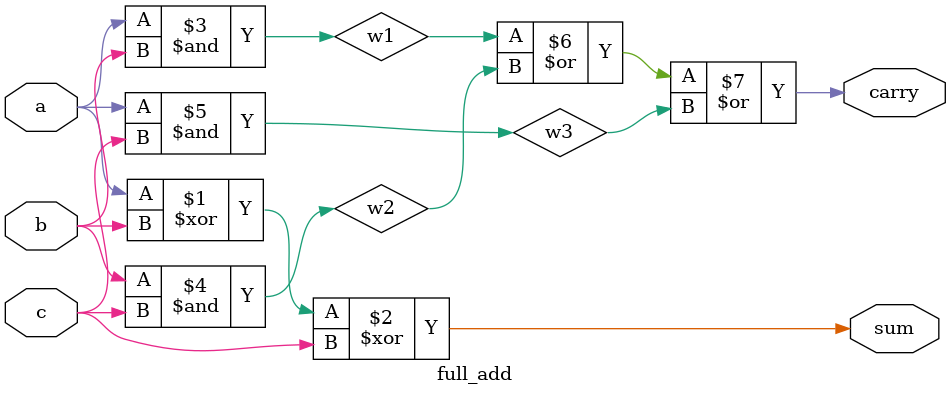
<source format=v>
`timescale 1ns / 1ps
module full_add(
input a,b,c,output sum, carry
);
assign sum= a^b^c;
assign w1=a&b;
assign w2=b&c;
assign w3=a&c;
assign carry=w1|w2|w3;
endmodule
  
  
//behavioral
//module full_add(
//input a,b,c,output sum, carry
//);
//always@(a or b or c)
//begin{carry,sum}=a+b+c;
//end
//endmodule

//structural
//module half_adder(
//input a ,b,
//output sum, carry
//);
//    xor(sum,a,b);
//    and(carry,a,b);
//endmodule


//module full_add(
//input a ,b,c,
//output sum, carry
//);
//wire S1, C1, C2;
//half_adder HA1(
//.A(A),.B(B),.sum(S1),.carry(C1)
//);
//half_adder HA2(
//.A(S1),.B(c),.sum(sum),.carry(C2)
//);
//or(carry,C1,C2);
//endmodule
</source>
